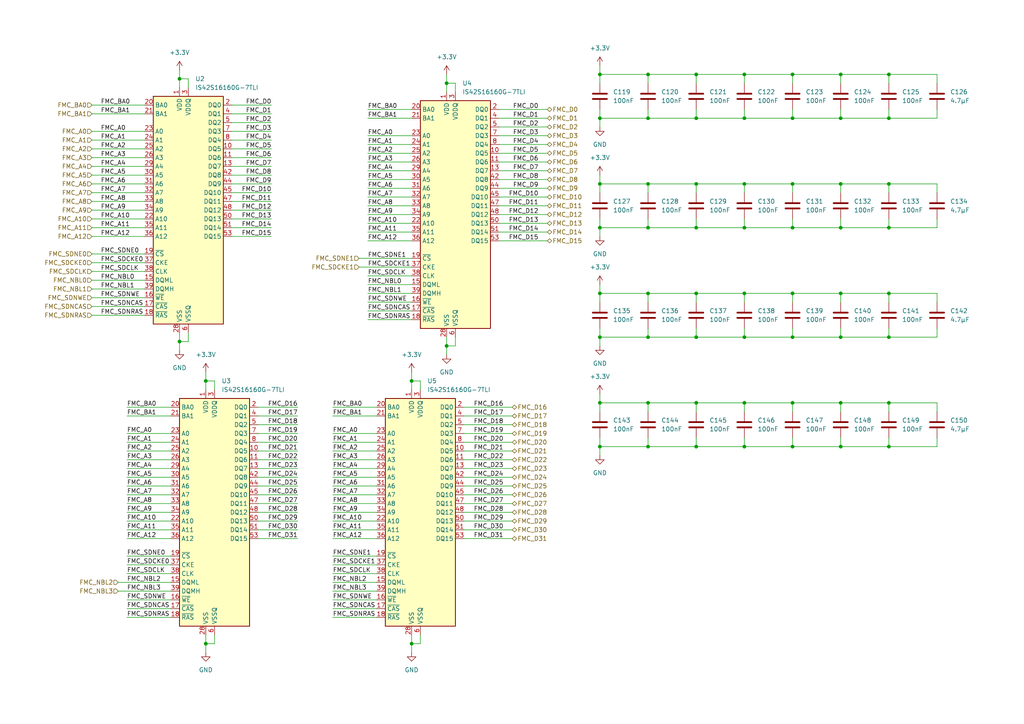
<source format=kicad_sch>
(kicad_sch (version 20230121) (generator eeschema)
  (paper "A4")
  (junction (at 173.99 53.34))
  (junction (at 257.81 66.04))
  (junction (at 215.9 85.09))
  (junction (at 229.87 21.59))
  (junction (at 173.99 85.09))
  (junction (at 257.81 34.29))
  (junction (at 52.07 22.86))
  (junction (at 201.93 85.09))
  (junction (at 229.87 53.34))
  (junction (at 52.07 99.06))
  (junction (at 201.93 116.84))
  (junction (at 201.93 66.04))
  (junction (at 59.69 110.49))
  (junction (at 187.96 129.54))
  (junction (at 173.99 116.84))
  (junction (at 173.99 97.79))
  (junction (at 229.87 97.79))
  (junction (at 201.93 21.59))
  (junction (at 201.93 53.34))
  (junction (at 229.87 116.84))
  (junction (at 257.81 129.54))
  (junction (at 215.9 97.79))
  (junction (at 187.96 34.29))
  (junction (at 243.84 97.79))
  (junction (at 243.84 129.54))
  (junction (at 119.38 186.69))
  (junction (at 187.96 53.34))
  (junction (at 173.99 21.59))
  (junction (at 187.96 116.84))
  (junction (at 257.81 116.84))
  (junction (at 257.81 53.34))
  (junction (at 243.84 34.29))
  (junction (at 243.84 116.84))
  (junction (at 201.93 97.79))
  (junction (at 119.38 110.49))
  (junction (at 229.87 129.54))
  (junction (at 187.96 85.09))
  (junction (at 215.9 66.04))
  (junction (at 173.99 129.54))
  (junction (at 187.96 66.04))
  (junction (at 243.84 21.59))
  (junction (at 215.9 129.54))
  (junction (at 215.9 34.29))
  (junction (at 173.99 66.04))
  (junction (at 257.81 85.09))
  (junction (at 257.81 97.79))
  (junction (at 201.93 34.29))
  (junction (at 187.96 21.59))
  (junction (at 243.84 66.04))
  (junction (at 187.96 97.79))
  (junction (at 59.69 186.69))
  (junction (at 215.9 116.84))
  (junction (at 229.87 66.04))
  (junction (at 215.9 21.59))
  (junction (at 243.84 85.09))
  (junction (at 129.54 24.13))
  (junction (at 173.99 34.29))
  (junction (at 129.54 100.33))
  (junction (at 215.9 53.34))
  (junction (at 257.81 21.59))
  (junction (at 229.87 85.09))
  (junction (at 229.87 34.29))
  (junction (at 201.93 129.54))
  (junction (at 243.84 53.34))
  (wire (pts (xy 201.93 31.75) (xy 201.93 34.29)))
  (wire (pts (xy 52.07 99.06) (xy 54.61 99.06)))
  (wire (pts (xy 173.99 82.55) (xy 173.99 85.09)))
  (wire (pts (xy 173.99 19.05) (xy 173.99 21.59)))
  (wire (pts (xy 257.81 66.04) (xy 271.78 66.04)))
  (wire (pts (xy 132.08 100.33) (xy 132.08 97.79)))
  (wire (pts (xy 215.9 63.5) (xy 215.9 66.04)))
  (wire (pts (xy 26.67 68.58) (xy 41.91 68.58)))
  (wire (pts (xy 173.99 116.84) (xy 187.96 116.84)))
  (wire (pts (xy 257.81 34.29) (xy 257.81 31.75)))
  (wire (pts (xy 36.83 148.59) (xy 49.53 148.59)))
  (wire (pts (xy 119.38 184.15) (xy 119.38 186.69)))
  (wire (pts (xy 144.78 36.83) (xy 158.75 36.83)))
  (wire (pts (xy 144.78 64.77) (xy 158.75 64.77)))
  (wire (pts (xy 201.93 21.59) (xy 215.9 21.59)))
  (wire (pts (xy 215.9 116.84) (xy 229.87 116.84)))
  (wire (pts (xy 173.99 127) (xy 173.99 129.54)))
  (wire (pts (xy 26.67 43.18) (xy 41.91 43.18)))
  (wire (pts (xy 201.93 53.34) (xy 215.9 53.34)))
  (wire (pts (xy 36.83 120.65) (xy 49.53 120.65)))
  (wire (pts (xy 173.99 21.59) (xy 173.99 24.13)))
  (wire (pts (xy 215.9 21.59) (xy 215.9 24.13)))
  (wire (pts (xy 129.54 24.13) (xy 132.08 24.13)))
  (wire (pts (xy 132.08 24.13) (xy 132.08 26.67)))
  (wire (pts (xy 119.38 113.03) (xy 119.38 110.49)))
  (wire (pts (xy 26.67 63.5) (xy 41.91 63.5)))
  (wire (pts (xy 36.83 161.29) (xy 49.53 161.29)))
  (wire (pts (xy 173.99 34.29) (xy 173.99 36.83)))
  (wire (pts (xy 134.62 138.43) (xy 148.59 138.43)))
  (wire (pts (xy 173.99 97.79) (xy 187.96 97.79)))
  (wire (pts (xy 215.9 66.04) (xy 229.87 66.04)))
  (wire (pts (xy 62.23 110.49) (xy 62.23 113.03)))
  (wire (pts (xy 36.83 176.53) (xy 49.53 176.53)))
  (wire (pts (xy 201.93 53.34) (xy 201.93 55.88)))
  (wire (pts (xy 215.9 85.09) (xy 215.9 87.63)))
  (wire (pts (xy 104.14 74.93) (xy 119.38 74.93)))
  (wire (pts (xy 134.62 123.19) (xy 148.59 123.19)))
  (wire (pts (xy 74.93 148.59) (xy 86.36 148.59)))
  (wire (pts (xy 271.78 85.09) (xy 257.81 85.09)))
  (wire (pts (xy 119.38 110.49) (xy 121.92 110.49)))
  (wire (pts (xy 201.93 116.84) (xy 201.93 119.38)))
  (wire (pts (xy 215.9 53.34) (xy 229.87 53.34)))
  (wire (pts (xy 26.67 53.34) (xy 41.91 53.34)))
  (wire (pts (xy 52.07 99.06) (xy 52.07 101.6)))
  (wire (pts (xy 243.84 63.5) (xy 243.84 66.04)))
  (wire (pts (xy 36.83 140.97) (xy 49.53 140.97)))
  (wire (pts (xy 96.52 179.07) (xy 109.22 179.07)))
  (wire (pts (xy 74.93 135.89) (xy 86.36 135.89)))
  (wire (pts (xy 36.83 156.21) (xy 49.53 156.21)))
  (wire (pts (xy 74.93 140.97) (xy 86.36 140.97)))
  (wire (pts (xy 106.68 90.17) (xy 119.38 90.17)))
  (wire (pts (xy 52.07 96.52) (xy 52.07 99.06)))
  (wire (pts (xy 134.62 120.65) (xy 148.59 120.65)))
  (wire (pts (xy 129.54 97.79) (xy 129.54 100.33)))
  (wire (pts (xy 144.78 57.15) (xy 158.75 57.15)))
  (wire (pts (xy 96.52 128.27) (xy 109.22 128.27)))
  (wire (pts (xy 187.96 53.34) (xy 201.93 53.34)))
  (wire (pts (xy 271.78 119.38) (xy 271.78 116.84)))
  (wire (pts (xy 106.68 85.09) (xy 119.38 85.09)))
  (wire (pts (xy 243.84 97.79) (xy 257.81 97.79)))
  (wire (pts (xy 229.87 53.34) (xy 229.87 55.88)))
  (wire (pts (xy 243.84 129.54) (xy 257.81 129.54)))
  (wire (pts (xy 134.62 153.67) (xy 148.59 153.67)))
  (wire (pts (xy 257.81 129.54) (xy 257.81 127)))
  (wire (pts (xy 67.31 50.8) (xy 78.74 50.8)))
  (wire (pts (xy 134.62 135.89) (xy 148.59 135.89)))
  (wire (pts (xy 26.67 83.82) (xy 41.91 83.82)))
  (wire (pts (xy 26.67 50.8) (xy 41.91 50.8)))
  (wire (pts (xy 243.84 85.09) (xy 243.84 87.63)))
  (wire (pts (xy 187.96 34.29) (xy 201.93 34.29)))
  (wire (pts (xy 271.78 53.34) (xy 257.81 53.34)))
  (wire (pts (xy 243.84 21.59) (xy 243.84 24.13)))
  (wire (pts (xy 271.78 21.59) (xy 257.81 21.59)))
  (wire (pts (xy 129.54 100.33) (xy 132.08 100.33)))
  (wire (pts (xy 106.68 41.91) (xy 119.38 41.91)))
  (wire (pts (xy 121.92 110.49) (xy 121.92 113.03)))
  (wire (pts (xy 34.29 168.91) (xy 49.53 168.91)))
  (wire (pts (xy 67.31 63.5) (xy 78.74 63.5)))
  (wire (pts (xy 215.9 53.34) (xy 215.9 55.88)))
  (wire (pts (xy 106.68 69.85) (xy 119.38 69.85)))
  (wire (pts (xy 257.81 116.84) (xy 257.81 119.38)))
  (wire (pts (xy 106.68 44.45) (xy 119.38 44.45)))
  (wire (pts (xy 215.9 127) (xy 215.9 129.54)))
  (wire (pts (xy 187.96 21.59) (xy 201.93 21.59)))
  (wire (pts (xy 229.87 116.84) (xy 243.84 116.84)))
  (wire (pts (xy 187.96 85.09) (xy 201.93 85.09)))
  (wire (pts (xy 106.68 67.31) (xy 119.38 67.31)))
  (wire (pts (xy 201.93 63.5) (xy 201.93 66.04)))
  (wire (pts (xy 173.99 50.8) (xy 173.99 53.34)))
  (wire (pts (xy 134.62 133.35) (xy 148.59 133.35)))
  (wire (pts (xy 187.96 95.25) (xy 187.96 97.79)))
  (wire (pts (xy 187.96 31.75) (xy 187.96 34.29)))
  (wire (pts (xy 134.62 128.27) (xy 148.59 128.27)))
  (wire (pts (xy 74.93 118.11) (xy 86.36 118.11)))
  (wire (pts (xy 201.93 34.29) (xy 215.9 34.29)))
  (wire (pts (xy 144.78 67.31) (xy 158.75 67.31)))
  (wire (pts (xy 229.87 66.04) (xy 243.84 66.04)))
  (wire (pts (xy 36.83 118.11) (xy 49.53 118.11)))
  (wire (pts (xy 26.67 88.9) (xy 41.91 88.9)))
  (wire (pts (xy 36.83 133.35) (xy 49.53 133.35)))
  (wire (pts (xy 36.83 179.07) (xy 49.53 179.07)))
  (wire (pts (xy 106.68 54.61) (xy 119.38 54.61)))
  (wire (pts (xy 36.83 166.37) (xy 49.53 166.37)))
  (wire (pts (xy 59.69 186.69) (xy 59.69 189.23)))
  (wire (pts (xy 119.38 186.69) (xy 121.92 186.69)))
  (wire (pts (xy 257.81 85.09) (xy 257.81 87.63)))
  (wire (pts (xy 144.78 46.99) (xy 158.75 46.99)))
  (wire (pts (xy 134.62 130.81) (xy 148.59 130.81)))
  (wire (pts (xy 67.31 53.34) (xy 78.74 53.34)))
  (wire (pts (xy 106.68 82.55) (xy 119.38 82.55)))
  (wire (pts (xy 96.52 120.65) (xy 109.22 120.65)))
  (wire (pts (xy 201.93 116.84) (xy 215.9 116.84)))
  (wire (pts (xy 59.69 110.49) (xy 62.23 110.49)))
  (wire (pts (xy 144.78 62.23) (xy 158.75 62.23)))
  (wire (pts (xy 106.68 52.07) (xy 119.38 52.07)))
  (wire (pts (xy 215.9 129.54) (xy 229.87 129.54)))
  (wire (pts (xy 144.78 41.91) (xy 158.75 41.91)))
  (wire (pts (xy 119.38 107.95) (xy 119.38 110.49)))
  (wire (pts (xy 243.84 85.09) (xy 257.81 85.09)))
  (wire (pts (xy 271.78 129.54) (xy 271.78 127)))
  (wire (pts (xy 243.84 21.59) (xy 257.81 21.59)))
  (wire (pts (xy 36.83 173.99) (xy 49.53 173.99)))
  (wire (pts (xy 173.99 34.29) (xy 187.96 34.29)))
  (wire (pts (xy 173.99 21.59) (xy 187.96 21.59)))
  (wire (pts (xy 26.67 66.04) (xy 41.91 66.04)))
  (wire (pts (xy 36.83 130.81) (xy 49.53 130.81)))
  (wire (pts (xy 134.62 118.11) (xy 148.59 118.11)))
  (wire (pts (xy 271.78 34.29) (xy 271.78 31.75)))
  (wire (pts (xy 96.52 143.51) (xy 109.22 143.51)))
  (wire (pts (xy 173.99 97.79) (xy 173.99 100.33)))
  (wire (pts (xy 144.78 34.29) (xy 158.75 34.29)))
  (wire (pts (xy 243.84 66.04) (xy 257.81 66.04)))
  (wire (pts (xy 243.84 95.25) (xy 243.84 97.79)))
  (wire (pts (xy 229.87 34.29) (xy 243.84 34.29)))
  (wire (pts (xy 67.31 43.18) (xy 78.74 43.18)))
  (wire (pts (xy 36.83 146.05) (xy 49.53 146.05)))
  (wire (pts (xy 257.81 66.04) (xy 257.81 63.5)))
  (wire (pts (xy 67.31 68.58) (xy 78.74 68.58)))
  (wire (pts (xy 257.81 21.59) (xy 257.81 24.13)))
  (wire (pts (xy 36.83 135.89) (xy 49.53 135.89)))
  (wire (pts (xy 129.54 100.33) (xy 129.54 102.87)))
  (wire (pts (xy 229.87 21.59) (xy 229.87 24.13)))
  (wire (pts (xy 106.68 31.75) (xy 119.38 31.75)))
  (wire (pts (xy 96.52 118.11) (xy 109.22 118.11)))
  (wire (pts (xy 26.67 78.74) (xy 41.91 78.74)))
  (wire (pts (xy 26.67 60.96) (xy 41.91 60.96)))
  (wire (pts (xy 59.69 107.95) (xy 59.69 110.49)))
  (wire (pts (xy 243.84 127) (xy 243.84 129.54)))
  (wire (pts (xy 96.52 130.81) (xy 109.22 130.81)))
  (wire (pts (xy 96.52 153.67) (xy 109.22 153.67)))
  (wire (pts (xy 74.93 153.67) (xy 86.36 153.67)))
  (wire (pts (xy 36.83 143.51) (xy 49.53 143.51)))
  (wire (pts (xy 215.9 21.59) (xy 229.87 21.59)))
  (wire (pts (xy 271.78 24.13) (xy 271.78 21.59)))
  (wire (pts (xy 257.81 129.54) (xy 271.78 129.54)))
  (wire (pts (xy 67.31 58.42) (xy 78.74 58.42)))
  (wire (pts (xy 134.62 143.51) (xy 148.59 143.51)))
  (wire (pts (xy 26.67 55.88) (xy 41.91 55.88)))
  (wire (pts (xy 52.07 25.4) (xy 52.07 22.86)))
  (wire (pts (xy 59.69 186.69) (xy 62.23 186.69)))
  (wire (pts (xy 229.87 53.34) (xy 243.84 53.34)))
  (wire (pts (xy 173.99 85.09) (xy 187.96 85.09)))
  (wire (pts (xy 54.61 99.06) (xy 54.61 96.52)))
  (wire (pts (xy 243.84 53.34) (xy 257.81 53.34)))
  (wire (pts (xy 36.83 153.67) (xy 49.53 153.67)))
  (wire (pts (xy 67.31 33.02) (xy 78.74 33.02)))
  (wire (pts (xy 243.84 53.34) (xy 243.84 55.88)))
  (wire (pts (xy 215.9 34.29) (xy 229.87 34.29)))
  (wire (pts (xy 229.87 85.09) (xy 243.84 85.09)))
  (wire (pts (xy 96.52 176.53) (xy 109.22 176.53)))
  (wire (pts (xy 134.62 156.21) (xy 148.59 156.21)))
  (wire (pts (xy 26.67 58.42) (xy 41.91 58.42)))
  (wire (pts (xy 229.87 31.75) (xy 229.87 34.29)))
  (wire (pts (xy 173.99 129.54) (xy 173.99 132.08)))
  (wire (pts (xy 201.93 66.04) (xy 215.9 66.04)))
  (wire (pts (xy 134.62 148.59) (xy 148.59 148.59)))
  (wire (pts (xy 229.87 116.84) (xy 229.87 119.38)))
  (wire (pts (xy 243.84 116.84) (xy 243.84 119.38)))
  (wire (pts (xy 201.93 85.09) (xy 201.93 87.63)))
  (wire (pts (xy 106.68 62.23) (xy 119.38 62.23)))
  (wire (pts (xy 173.99 53.34) (xy 187.96 53.34)))
  (wire (pts (xy 74.93 151.13) (xy 86.36 151.13)))
  (wire (pts (xy 26.67 73.66) (xy 41.91 73.66)))
  (wire (pts (xy 96.52 156.21) (xy 109.22 156.21)))
  (wire (pts (xy 144.78 31.75) (xy 158.75 31.75)))
  (wire (pts (xy 271.78 55.88) (xy 271.78 53.34)))
  (wire (pts (xy 106.68 80.01) (xy 119.38 80.01)))
  (wire (pts (xy 144.78 59.69) (xy 158.75 59.69)))
  (wire (pts (xy 67.31 60.96) (xy 78.74 60.96)))
  (wire (pts (xy 144.78 54.61) (xy 158.75 54.61)))
  (wire (pts (xy 67.31 55.88) (xy 78.74 55.88)))
  (wire (pts (xy 96.52 135.89) (xy 109.22 135.89)))
  (wire (pts (xy 96.52 140.97) (xy 109.22 140.97)))
  (wire (pts (xy 187.96 116.84) (xy 187.96 119.38)))
  (wire (pts (xy 229.87 127) (xy 229.87 129.54)))
  (wire (pts (xy 173.99 116.84) (xy 173.99 119.38)))
  (wire (pts (xy 215.9 31.75) (xy 215.9 34.29)))
  (wire (pts (xy 96.52 166.37) (xy 109.22 166.37)))
  (wire (pts (xy 67.31 45.72) (xy 78.74 45.72)))
  (wire (pts (xy 229.87 63.5) (xy 229.87 66.04)))
  (wire (pts (xy 74.93 130.81) (xy 86.36 130.81)))
  (wire (pts (xy 26.67 81.28) (xy 41.91 81.28)))
  (wire (pts (xy 134.62 140.97) (xy 148.59 140.97)))
  (wire (pts (xy 201.93 97.79) (xy 215.9 97.79)))
  (wire (pts (xy 201.93 127) (xy 201.93 129.54)))
  (wire (pts (xy 129.54 21.59) (xy 129.54 24.13)))
  (wire (pts (xy 26.67 76.2) (xy 41.91 76.2)))
  (wire (pts (xy 243.84 34.29) (xy 257.81 34.29)))
  (wire (pts (xy 144.78 52.07) (xy 158.75 52.07)))
  (wire (pts (xy 173.99 63.5) (xy 173.99 66.04)))
  (wire (pts (xy 257.81 34.29) (xy 271.78 34.29)))
  (wire (pts (xy 74.93 146.05) (xy 86.36 146.05)))
  (wire (pts (xy 187.96 66.04) (xy 201.93 66.04)))
  (wire (pts (xy 96.52 168.91) (xy 109.22 168.91)))
  (wire (pts (xy 36.83 128.27) (xy 49.53 128.27)))
  (wire (pts (xy 144.78 39.37) (xy 158.75 39.37)))
  (wire (pts (xy 187.96 127) (xy 187.96 129.54)))
  (wire (pts (xy 229.87 85.09) (xy 229.87 87.63)))
  (wire (pts (xy 201.93 21.59) (xy 201.93 24.13)))
  (wire (pts (xy 26.67 91.44) (xy 41.91 91.44)))
  (wire (pts (xy 26.67 30.48) (xy 41.91 30.48)))
  (wire (pts (xy 257.81 53.34) (xy 257.81 55.88)))
  (wire (pts (xy 121.92 186.69) (xy 121.92 184.15)))
  (wire (pts (xy 52.07 22.86) (xy 54.61 22.86)))
  (wire (pts (xy 187.96 129.54) (xy 201.93 129.54)))
  (wire (pts (xy 129.54 26.67) (xy 129.54 24.13)))
  (wire (pts (xy 106.68 87.63) (xy 119.38 87.63)))
  (wire (pts (xy 215.9 85.09) (xy 229.87 85.09)))
  (wire (pts (xy 74.93 123.19) (xy 86.36 123.19)))
  (wire (pts (xy 271.78 87.63) (xy 271.78 85.09)))
  (wire (pts (xy 26.67 45.72) (xy 41.91 45.72)))
  (wire (pts (xy 106.68 57.15) (xy 119.38 57.15)))
  (wire (pts (xy 26.67 40.64) (xy 41.91 40.64)))
  (wire (pts (xy 201.93 95.25) (xy 201.93 97.79)))
  (wire (pts (xy 106.68 59.69) (xy 119.38 59.69)))
  (wire (pts (xy 271.78 66.04) (xy 271.78 63.5)))
  (wire (pts (xy 119.38 186.69) (xy 119.38 189.23)))
  (wire (pts (xy 67.31 30.48) (xy 78.74 30.48)))
  (wire (pts (xy 229.87 129.54) (xy 243.84 129.54)))
  (wire (pts (xy 243.84 116.84) (xy 257.81 116.84)))
  (wire (pts (xy 201.93 129.54) (xy 215.9 129.54)))
  (wire (pts (xy 271.78 97.79) (xy 271.78 95.25)))
  (wire (pts (xy 74.93 128.27) (xy 86.36 128.27)))
  (wire (pts (xy 257.81 97.79) (xy 257.81 95.25)))
  (wire (pts (xy 106.68 64.77) (xy 119.38 64.77)))
  (wire (pts (xy 104.14 77.47) (xy 119.38 77.47)))
  (wire (pts (xy 134.62 146.05) (xy 148.59 146.05)))
  (wire (pts (xy 62.23 186.69) (xy 62.23 184.15)))
  (wire (pts (xy 173.99 85.09) (xy 173.99 87.63)))
  (wire (pts (xy 215.9 97.79) (xy 229.87 97.79)))
  (wire (pts (xy 26.67 33.02) (xy 41.91 33.02)))
  (wire (pts (xy 96.52 125.73) (xy 109.22 125.73)))
  (wire (pts (xy 187.96 21.59) (xy 187.96 24.13)))
  (wire (pts (xy 67.31 48.26) (xy 78.74 48.26)))
  (wire (pts (xy 74.93 133.35) (xy 86.36 133.35)))
  (wire (pts (xy 96.52 138.43) (xy 109.22 138.43)))
  (wire (pts (xy 96.52 163.83) (xy 109.22 163.83)))
  (wire (pts (xy 96.52 133.35) (xy 109.22 133.35)))
  (wire (pts (xy 187.96 85.09) (xy 187.96 87.63)))
  (wire (pts (xy 34.29 171.45) (xy 49.53 171.45)))
  (wire (pts (xy 106.68 34.29) (xy 119.38 34.29)))
  (wire (pts (xy 187.96 53.34) (xy 187.96 55.88)))
  (wire (pts (xy 243.84 31.75) (xy 243.84 34.29)))
  (wire (pts (xy 173.99 129.54) (xy 187.96 129.54)))
  (wire (pts (xy 173.99 66.04) (xy 173.99 68.58)))
  (wire (pts (xy 187.96 116.84) (xy 201.93 116.84)))
  (wire (pts (xy 54.61 22.86) (xy 54.61 25.4)))
  (wire (pts (xy 96.52 173.99) (xy 109.22 173.99)))
  (wire (pts (xy 96.52 171.45) (xy 109.22 171.45)))
  (wire (pts (xy 173.99 31.75) (xy 173.99 34.29)))
  (wire (pts (xy 173.99 114.3) (xy 173.99 116.84)))
  (wire (pts (xy 74.93 143.51) (xy 86.36 143.51)))
  (wire (pts (xy 96.52 151.13) (xy 109.22 151.13)))
  (wire (pts (xy 215.9 116.84) (xy 215.9 119.38)))
  (wire (pts (xy 36.83 163.83) (xy 49.53 163.83)))
  (wire (pts (xy 52.07 20.32) (xy 52.07 22.86)))
  (wire (pts (xy 144.78 49.53) (xy 158.75 49.53)))
  (wire (pts (xy 59.69 113.03) (xy 59.69 110.49)))
  (wire (pts (xy 173.99 53.34) (xy 173.99 55.88)))
  (wire (pts (xy 144.78 44.45) (xy 158.75 44.45)))
  (wire (pts (xy 67.31 38.1) (xy 78.74 38.1)))
  (wire (pts (xy 74.93 125.73) (xy 86.36 125.73)))
  (wire (pts (xy 67.31 66.04) (xy 78.74 66.04)))
  (wire (pts (xy 106.68 39.37) (xy 119.38 39.37)))
  (wire (pts (xy 144.78 69.85) (xy 158.75 69.85)))
  (wire (pts (xy 187.96 97.79) (xy 201.93 97.79)))
  (wire (pts (xy 74.93 156.21) (xy 86.36 156.21)))
  (wire (pts (xy 106.68 49.53) (xy 119.38 49.53)))
  (wire (pts (xy 173.99 95.25) (xy 173.99 97.79)))
  (wire (pts (xy 187.96 63.5) (xy 187.96 66.04)))
  (wire (pts (xy 134.62 125.73) (xy 148.59 125.73)))
  (wire (pts (xy 257.81 97.79) (xy 271.78 97.79)))
  (wire (pts (xy 134.62 151.13) (xy 148.59 151.13)))
  (wire (pts (xy 96.52 161.29) (xy 109.22 161.29)))
  (wire (pts (xy 26.67 48.26) (xy 41.91 48.26)))
  (wire (pts (xy 36.83 151.13) (xy 49.53 151.13)))
  (wire (pts (xy 67.31 35.56) (xy 78.74 35.56)))
  (wire (pts (xy 26.67 86.36) (xy 41.91 86.36)))
  (wire (pts (xy 74.93 138.43) (xy 86.36 138.43)))
  (wire (pts (xy 96.52 146.05) (xy 109.22 146.05)))
  (wire (pts (xy 229.87 97.79) (xy 243.84 97.79)))
  (wire (pts (xy 67.31 40.64) (xy 78.74 40.64)))
  (wire (pts (xy 271.78 116.84) (xy 257.81 116.84)))
  (wire (pts (xy 59.69 184.15) (xy 59.69 186.69)))
  (wire (pts (xy 106.68 92.71) (xy 119.38 92.71)))
  (wire (pts (xy 96.52 148.59) (xy 109.22 148.59)))
  (wire (pts (xy 26.67 38.1) (xy 41.91 38.1)))
  (wire (pts (xy 74.93 120.65) (xy 86.36 120.65)))
  (wire (pts (xy 215.9 95.25) (xy 215.9 97.79)))
  (wire (pts (xy 173.99 66.04) (xy 187.96 66.04)))
  (wire (pts (xy 36.83 125.73) (xy 49.53 125.73)))
  (wire (pts (xy 229.87 95.25) (xy 229.87 97.79)))
  (wire (pts (xy 36.83 138.43) (xy 49.53 138.43)))
  (wire (pts (xy 106.68 46.99) (xy 119.38 46.99)))
  (wire (pts (xy 229.87 21.59) (xy 243.84 21.59)))
  (wire (pts (xy 201.93 85.09) (xy 215.9 85.09)))
  (label "FMC_D7" (at 156.21 49.53 180))
  (label "FMC_D29" (at 146.05 151.13 180))
  (label "FMC_SDNE0" (at 29.21 73.66 0))
  (label "FMC_D14" (at 78.74 66.04 180))
  (label "FMC_A5" (at 29.21 50.8 0))
  (label "FMC_A8" (at 106.68 59.69 0))
  (label "FMC_D26" (at 146.05 143.51 180))
  (label "FMC_A4" (at 96.52 135.89 0))
  (label "FMC_D7" (at 78.74 48.26 180))
  (label "FMC_SDCLK" (at 106.68 80.01 0))
  (label "FMC_BA1" (at 29.21 33.02 0))
  (label "FMC_BA0" (at 96.52 118.11 0))
  (label "FMC_A3" (at 36.83 133.35 0))
  (label "FMC_A0" (at 29.21 38.1 0))
  (label "FMC_A9" (at 36.83 148.59 0))
  (label "FMC_SDNWE" (at 29.21 86.36 0))
  (label "FMC_SDNE1" (at 106.68 74.93 0))
  (label "FMC_A2" (at 106.68 44.45 0))
  (label "FMC_D27" (at 86.36 146.05 180))
  (label "FMC_A2" (at 36.83 130.81 0))
  (label "FMC_D3" (at 78.74 38.1 180))
  (label "FMC_D15" (at 156.21 69.85 180))
  (label "FMC_A12" (at 36.83 156.21 0))
  (label "FMC_D25" (at 86.36 140.97 180))
  (label "FMC_D19" (at 146.05 125.73 180))
  (label "FMC_BA1" (at 96.52 120.65 0))
  (label "FMC_D15" (at 78.74 68.58 180))
  (label "FMC_SDNE1" (at 96.52 161.29 0))
  (label "FMC_NBL3" (at 36.83 171.45 0))
  (label "FMC_D30" (at 86.36 153.67 180))
  (label "FMC_SDCKE0" (at 36.83 163.83 0))
  (label "FMC_A4" (at 106.68 49.53 0))
  (label "FMC_D10" (at 78.74 55.88 180))
  (label "FMC_SDCLK" (at 36.83 166.37 0))
  (label "FMC_SDCLK" (at 96.52 166.37 0))
  (label "FMC_D12" (at 78.74 60.96 180))
  (label "FMC_SDNWE" (at 36.83 173.99 0))
  (label "FMC_D8" (at 156.21 52.07 180))
  (label "FMC_SDNCAS" (at 29.21 88.9 0))
  (label "FMC_SDNWE" (at 96.52 173.99 0))
  (label "FMC_NBL3" (at 96.52 171.45 0))
  (label "FMC_D26" (at 86.36 143.51 180))
  (label "FMC_D28" (at 146.05 148.59 180))
  (label "FMC_A0" (at 36.83 125.73 0))
  (label "FMC_SDNCAS" (at 106.68 90.17 0))
  (label "FMC_NBL0" (at 29.21 81.28 0))
  (label "FMC_D12" (at 156.21 62.23 180))
  (label "FMC_SDNWE" (at 106.68 87.63 0))
  (label "FMC_D24" (at 146.05 138.43 180))
  (label "FMC_A3" (at 96.52 133.35 0))
  (label "FMC_D2" (at 78.74 35.56 180))
  (label "FMC_D2" (at 156.21 36.83 180))
  (label "FMC_D28" (at 86.36 148.59 180))
  (label "FMC_A8" (at 96.52 146.05 0))
  (label "FMC_A9" (at 29.21 60.96 0))
  (label "FMC_A7" (at 96.52 143.51 0))
  (label "FMC_D22" (at 146.05 133.35 180))
  (label "FMC_SDNRAS" (at 96.52 179.07 0))
  (label "FMC_BA1" (at 36.83 120.65 0))
  (label "FMC_D1" (at 156.21 34.29 180))
  (label "FMC_D5" (at 156.21 44.45 180))
  (label "FMC_SDNRAS" (at 29.21 91.44 0))
  (label "FMC_A5" (at 106.68 52.07 0))
  (label "FMC_D19" (at 86.36 125.73 180))
  (label "FMC_D6" (at 78.74 45.72 180))
  (label "FMC_A9" (at 106.68 62.23 0))
  (label "FMC_D27" (at 146.05 146.05 180))
  (label "FMC_A8" (at 29.21 58.42 0))
  (label "FMC_D18" (at 86.36 123.19 180))
  (label "FMC_A6" (at 36.83 140.97 0))
  (label "FMC_D14" (at 156.21 67.31 180))
  (label "FMC_D20" (at 146.05 128.27 180))
  (label "FMC_A5" (at 36.83 138.43 0))
  (label "FMC_BA0" (at 106.68 31.75 0))
  (label "FMC_A4" (at 36.83 135.89 0))
  (label "FMC_A12" (at 29.21 68.58 0))
  (label "FMC_D22" (at 86.36 133.35 180))
  (label "FMC_A10" (at 36.83 151.13 0))
  (label "FMC_D4" (at 156.21 41.91 180))
  (label "FMC_A7" (at 106.68 57.15 0))
  (label "FMC_A11" (at 106.68 67.31 0))
  (label "FMC_NBL0" (at 106.68 82.55 0))
  (label "FMC_A8" (at 36.83 146.05 0))
  (label "FMC_D21" (at 146.05 130.81 180))
  (label "FMC_D23" (at 86.36 135.89 180))
  (label "FMC_D17" (at 86.36 120.65 180))
  (label "FMC_SDCKE1" (at 96.52 163.83 0))
  (label "FMC_SDCLK" (at 29.21 78.74 0))
  (label "FMC_A1" (at 29.21 40.64 0))
  (label "FMC_BA0" (at 29.21 30.48 0))
  (label "FMC_A3" (at 106.68 46.99 0))
  (label "FMC_A3" (at 29.21 45.72 0))
  (label "FMC_NBL2" (at 96.52 168.91 0))
  (label "FMC_D16" (at 146.05 118.11 180))
  (label "FMC_D31" (at 86.36 156.21 180))
  (label "FMC_D0" (at 156.21 31.75 180))
  (label "FMC_D9" (at 78.74 53.34 180))
  (label "FMC_D16" (at 86.36 118.11 180))
  (label "FMC_D10" (at 156.21 57.15 180))
  (label "FMC_A6" (at 106.68 54.61 0))
  (label "FMC_A0" (at 96.52 125.73 0))
  (label "FMC_A7" (at 29.21 55.88 0))
  (label "FMC_A10" (at 96.52 151.13 0))
  (label "FMC_SDNRAS" (at 36.83 179.07 0))
  (label "FMC_A12" (at 96.52 156.21 0))
  (label "FMC_A2" (at 96.52 130.81 0))
  (label "FMC_A0" (at 106.68 39.37 0))
  (label "FMC_A7" (at 36.83 143.51 0))
  (label "FMC_SDNE0" (at 36.83 161.29 0))
  (label "FMC_D29" (at 86.36 151.13 180))
  (label "FMC_D11" (at 78.74 58.42 180))
  (label "FMC_D21" (at 86.36 130.81 180))
  (label "FMC_A4" (at 29.21 48.26 0))
  (label "FMC_A1" (at 106.68 41.91 0))
  (label "FMC_A6" (at 29.21 53.34 0))
  (label "FMC_A1" (at 36.83 128.27 0))
  (label "FMC_NBL2" (at 36.83 168.91 0))
  (label "FMC_D13" (at 156.21 64.77 180))
  (label "FMC_A6" (at 96.52 140.97 0))
  (label "FMC_D30" (at 146.05 153.67 180))
  (label "FMC_D4" (at 78.74 40.64 180))
  (label "FMC_A12" (at 106.68 69.85 0))
  (label "FMC_A11" (at 96.52 153.67 0))
  (label "FMC_D17" (at 146.05 120.65 180))
  (label "FMC_NBL1" (at 106.68 85.09 0))
  (label "FMC_A2" (at 29.21 43.18 0))
  (label "FMC_BA0" (at 36.83 118.11 0))
  (label "FMC_SDCKE0" (at 29.21 76.2 0))
  (label "FMC_A9" (at 96.52 148.59 0))
  (label "FMC_A11" (at 29.21 66.04 0))
  (label "FMC_D0" (at 78.74 30.48 180))
  (label "FMC_NBL1" (at 29.21 83.82 0))
  (label "FMC_SDNRAS" (at 106.68 92.71 0))
  (label "FMC_D25" (at 146.05 140.97 180))
  (label "FMC_D9" (at 156.21 54.61 180))
  (label "FMC_A1" (at 96.52 128.27 0))
  (label "FMC_A11" (at 36.83 153.67 0))
  (label "FMC_A5" (at 96.52 138.43 0))
  (label "FMC_A10" (at 29.21 63.5 0))
  (label "FMC_BA1" (at 106.68 34.29 0))
  (label "FMC_D11" (at 156.21 59.69 180))
  (label "FMC_D1" (at 78.74 33.02 180))
  (label "FMC_D23" (at 146.05 135.89 180))
  (label "FMC_SDNCAS" (at 96.52 176.53 0))
  (label "FMC_D20" (at 86.36 128.27 180))
  (label "FMC_D6" (at 156.21 46.99 180))
  (label "FMC_D31" (at 146.05 156.21 180))
  (label "FMC_A10" (at 106.68 64.77 0))
  (label "FMC_D24" (at 86.36 138.43 180))
  (label "FMC_D13" (at 78.74 63.5 180))
  (label "FMC_D18" (at 146.05 123.19 180))
  (label "FMC_SDCKE1" (at 106.68 77.47 0))
  (label "FMC_D5" (at 78.74 43.18 180))
  (label "FMC_D8" (at 78.74 50.8 180))
  (label "FMC_SDNCAS" (at 36.83 176.53 0))
  (label "FMC_D3" (at 156.21 39.37 180))
  (hierarchical_label "FMC_A3" (shape input) (at 26.67 45.72 180))
  (hierarchical_label "FMC_D26" (shape tri_state) (at 148.59 143.51 0))
  (hierarchical_label "FMC_D1" (shape tri_state) (at 158.75 34.29 0))
  (hierarchical_label "FMC_D10" (shape tri_state) (at 158.75 57.15 0))
  (hierarchical_label "FMC_A0" (shape input) (at 26.67 38.1 180))
  (hierarchical_label "FMC_D22" (shape tri_state) (at 148.59 133.35 0))
  (hierarchical_label "FMC_D31" (shape tri_state) (at 148.59 156.21 0))
  (hierarchical_label "FMC_D20" (shape tri_state) (at 148.59 128.27 0))
  (hierarchical_label "FMC_D21" (shape tri_state) (at 148.59 130.81 0))
  (hierarchical_label "FMC_D16" (shape tri_state) (at 148.59 118.11 0))
  (hierarchical_label "FMC_D0" (shape tri_state) (at 158.75 31.75 0))
  (hierarchical_label "FMC_A2" (shape input) (at 26.67 43.18 180))
  (hierarchical_label "FMC_D5" (shape tri_state) (at 158.75 44.45 0))
  (hierarchical_label "FMC_D2" (shape tri_state) (at 158.75 36.83 0))
  (hierarchical_label "FMC_D8" (shape tri_state) (at 158.75 52.07 0))
  (hierarchical_label "FMC_D11" (shape tri_state) (at 158.75 59.69 0))
  (hierarchical_label "FMC_D3" (shape tri_state) (at 158.75 39.37 0))
  (hierarchical_label "FMC_NBL3" (shape input) (at 34.29 171.45 180))
  (hierarchical_label "FMC_SDCKE0" (shape input) (at 26.67 76.2 180))
  (hierarchical_label "FMC_SDNE0" (shape input) (at 26.67 73.66 180))
  (hierarchical_label "FMC_A12" (shape input) (at 26.67 68.58 180))
  (hierarchical_label "FMC_A6" (shape input) (at 26.67 53.34 180))
  (hierarchical_label "FMC_D27" (shape tri_state) (at 148.59 146.05 0))
  (hierarchical_label "FMC_D15" (shape tri_state) (at 158.75 69.85 0))
  (hierarchical_label "FMC_D19" (shape tri_state) (at 148.59 125.73 0))
  (hierarchical_label "FMC_BA0" (shape input) (at 26.67 30.48 180))
  (hierarchical_label "FMC_NBL2" (shape input) (at 34.29 168.91 180))
  (hierarchical_label "FMC_SDNWE" (shape input) (at 26.67 86.36 180))
  (hierarchical_label "FMC_SDCKE1" (shape input) (at 104.14 77.47 180))
  (hierarchical_label "FMC_D6" (shape tri_state) (at 158.75 46.99 0))
  (hierarchical_label "FMC_D25" (shape tri_state) (at 148.59 140.97 0))
  (hierarchical_label "FMC_A1" (shape input) (at 26.67 40.64 180))
  (hierarchical_label "FMC_D9" (shape tri_state) (at 158.75 54.61 0))
  (hierarchical_label "FMC_D30" (shape tri_state) (at 148.59 153.67 0))
  (hierarchical_label "FMC_A9" (shape input) (at 26.67 60.96 180))
  (hierarchical_label "FMC_D23" (shape tri_state) (at 148.59 135.89 0))
  (hierarchical_label "FMC_SDNE1" (shape input) (at 104.14 74.93 180))
  (hierarchical_label "FMC_D24" (shape tri_state) (at 148.59 138.43 0))
  (hierarchical_label "FMC_D29" (shape tri_state) (at 148.59 151.13 0))
  (hierarchical_label "FMC_A11" (shape input) (at 26.67 66.04 180))
  (hierarchical_label "FMC_A5" (shape input) (at 26.67 50.8 180))
  (hierarchical_label "FMC_SDNRAS" (shape input) (at 26.67 91.44 180))
  (hierarchical_label "FMC_D14" (shape tri_state) (at 158.75 67.31 0))
  (hierarchical_label "FMC_D17" (shape tri_state) (at 148.59 120.65 0))
  (hierarchical_label "FMC_D28" (shape tri_state) (at 148.59 148.59 0))
  (hierarchical_label "FMC_BA1" (shape input) (at 26.67 33.02 180))
  (hierarchical_label "FMC_D18" (shape tri_state) (at 148.59 123.19 0))
  (hierarchical_label "FMC_D12" (shape tri_state) (at 158.75 62.23 0))
  (hierarchical_label "FMC_NBL1" (shape input) (at 26.67 83.82 180))
  (hierarchical_label "FMC_A10" (shape input) (at 26.67 63.5 180))
  (hierarchical_label "FMC_NBL0" (shape input) (at 26.67 81.28 180))
  (hierarchical_label "FMC_D4" (shape tri_state) (at 158.75 41.91 0))
  (hierarchical_label "FMC_A4" (shape input) (at 26.67 48.26 180))
  (hierarchical_label "FMC_D7" (shape tri_state) (at 158.75 49.53 0))
  (hierarchical_label "FMC_SDCLK" (shape input) (at 26.67 78.74 180))
  (hierarchical_label "FMC_A7" (shape input) (at 26.67 55.88 180))
  (hierarchical_label "FMC_D13" (shape tri_state) (at 158.75 64.77 0))
  (hierarchical_label "FMC_A8" (shape input) (at 26.67 58.42 180))
  (hierarchical_label "FMC_SDNCAS" (shape input) (at 26.67 88.9 180))
  (symbol (lib_id "Device:C") (at 201.93 27.94 0) (unit 1)
    (property "Reference" "C121" (at 205.74 26.6699 0) (effects (justify left)))
    (property "Value" "100nF" (at 205.74 29.2099 0) (effects (justify left)))
    (property "Footprint" "Capacitor_SMD:C_0603_1608Metric_Pad1.08x0.95mm_HandSolder" (effects hide))
    (property "Part number" "Generic 0603 X7R  50V 10%" (effects hide))
    (instances (project "d1000" (path "" (reference "C121") (unit 1))) (project "video_card" (path "" (reference "C53") (unit 1))))
  )
  (symbol (lib_id "Device:C") (at 201.93 91.44 0) (unit 1)
    (property "Reference" "C137" (at 205.74 90.1699 0) (effects (justify left)))
    (property "Value" "100nF" (at 205.74 92.7099 0) (effects (justify left)))
    (property "Footprint" "Capacitor_SMD:C_0603_1608Metric_Pad1.08x0.95mm_HandSolder" (effects hide))
    (property "Part number" "Generic 0603 X7R  50V 10%" (effects hide))
    (instances (project "d1000" (path "" (reference "C137") (unit 1))) (project "video_card" (path "" (reference "C53") (unit 1))))
  )
  (symbol (lib_id "power:+3.3V") (at 173.99 50.8 0) (unit 1)
    (property "Reference" "#PWR0225" (effects hide))
    (property "Value" "+3.3V" (at 173.99 45.72 0))
    (instances (project "d1000" (path "" (reference "#PWR0225") (unit 1))) (project "video_card" (path "" (reference "#PWR0104") (unit 1))))
  )
  (symbol (lib_id "Device:C") (at 229.87 27.94 0) (unit 1)
    (property "Reference" "C123" (at 233.68 26.6699 0) (effects (justify left)))
    (property "Value" "100nF" (at 233.68 29.2099 0) (effects (justify left)))
    (property "Footprint" "Capacitor_SMD:C_0603_1608Metric_Pad1.08x0.95mm_HandSolder" (effects hide))
    (property "Part number" "Generic 0603 X7R  50V 10%" (effects hide))
    (instances (project "d1000" (path "" (reference "C123") (unit 1))) (project "video_card" (path "" (reference "C55") (unit 1))))
  )
  (symbol (lib_id "power:+3.3V") (at 59.69 107.95 0) (unit 1)
    (property "Reference" "#PWR030" (effects hide))
    (property "Value" "+3.3V" (at 59.69 102.87 0))
    (instances (project "d1000" (path "" (reference "#PWR030") (unit 1))) (project "video_card" (path "" (reference "#PWR0102") (unit 1))))
  )
  (symbol (lib_id "Device:C") (at 243.84 91.44 0) (unit 1)
    (property "Reference" "C140" (at 247.65 90.1699 0) (effects (justify left)))
    (property "Value" "100nF" (at 247.65 92.7099 0) (effects (justify left)))
    (property "Footprint" "Capacitor_SMD:C_0603_1608Metric_Pad1.08x0.95mm_HandSolder" (effects hide))
    (property "Part number" "Generic 0603 X7R  50V 10%" (effects hide))
    (instances (project "d1000" (path "" (reference "C140") (unit 1))) (project "video_card" (path "" (reference "C56") (unit 1))))
  )
  (symbol (lib_id "Device:C") (at 215.9 91.44 0) (unit 1)
    (property "Reference" "C138" (at 219.71 90.1699 0) (effects (justify left)))
    (property "Value" "100nF" (at 219.71 92.7099 0) (effects (justify left)))
    (property "Footprint" "Capacitor_SMD:C_0603_1608Metric_Pad1.08x0.95mm_HandSolder" (effects hide))
    (property "Part number" "Generic 0603 X7R  50V 10%" (effects hide))
    (instances (project "d1000" (path "" (reference "C138") (unit 1))) (project "video_card" (path "" (reference "C54") (unit 1))))
  )
  (symbol (lib_id "Device:C") (at 215.9 27.94 0) (unit 1)
    (property "Reference" "C122" (at 219.71 26.6699 0) (effects (justify left)))
    (property "Value" "100nF" (at 219.71 29.2099 0) (effects (justify left)))
    (property "Footprint" "Capacitor_SMD:C_0603_1608Metric_Pad1.08x0.95mm_HandSolder" (effects hide))
    (property "Part number" "Generic 0603 X7R  50V 10%" (effects hide))
    (instances (project "d1000" (path "" (reference "C122") (unit 1))) (project "video_card" (path "" (reference "C54") (unit 1))))
  )
  (symbol (lib_id "power:GND") (at 129.54 102.87 0) (unit 1)
    (property "Reference" "#PWR033" (effects hide))
    (property "Value" "GND" (at 129.54 107.95 0))
    (instances (project "d1000" (path "" (reference "#PWR033") (unit 1))) (project "video_card" (path "" (reference "#PWR0101") (unit 1))))
  )
  (symbol (lib_id "Device:C") (at 187.96 91.44 0) (unit 1)
    (property "Reference" "C136" (at 191.77 90.1699 0) (effects (justify left)))
    (property "Value" "100nF" (at 191.77 92.7099 0) (effects (justify left)))
    (property "Footprint" "Capacitor_SMD:C_0603_1608Metric_Pad1.08x0.95mm_HandSolder" (effects hide))
    (property "Part number" "Generic 0603 X7R  50V 10%" (effects hide))
    (instances (project "d1000" (path "" (reference "C136") (unit 1))) (project "video_card" (path "" (reference "C52") (unit 1))))
  )
  (symbol (lib_id "power:+3.3V") (at 173.99 19.05 0) (unit 1)
    (property "Reference" "#PWR0223" (effects hide))
    (property "Value" "+3.3V" (at 173.99 13.97 0))
    (instances (project "d1000" (path "" (reference "#PWR0223") (unit 1))) (project "video_card" (path "" (reference "#PWR0104") (unit 1))))
  )
  (symbol (lib_id "Device:C") (at 201.93 123.19 0) (unit 1)
    (property "Reference" "C145" (at 205.74 121.9199 0) (effects (justify left)))
    (property "Value" "100nF" (at 205.74 124.4599 0) (effects (justify left)))
    (property "Footprint" "Capacitor_SMD:C_0603_1608Metric_Pad1.08x0.95mm_HandSolder" (effects hide))
    (property "Part number" "Generic 0603 X7R  50V 10%" (effects hide))
    (instances (project "d1000" (path "" (reference "C145") (unit 1))) (project "video_card" (path "" (reference "C53") (unit 1))))
  )
  (symbol (lib_id "power:+3.3V") (at 173.99 82.55 0) (unit 1)
    (property "Reference" "#PWR0227" (effects hide))
    (property "Value" "+3.3V" (at 173.99 77.47 0))
    (instances (project "d1000" (path "" (reference "#PWR0227") (unit 1))) (project "video_card" (path "" (reference "#PWR0104") (unit 1))))
  )
  (symbol (lib_id "Device:C") (at 215.9 123.19 0) (unit 1)
    (property "Reference" "C146" (at 219.71 121.9199 0) (effects (justify left)))
    (property "Value" "100nF" (at 219.71 124.4599 0) (effects (justify left)))
    (property "Footprint" "Capacitor_SMD:C_0603_1608Metric_Pad1.08x0.95mm_HandSolder" (effects hide))
    (property "Part number" "Generic 0603 X7R  50V 10%" (effects hide))
    (instances (project "d1000" (path "" (reference "C146") (unit 1))) (project "video_card" (path "" (reference "C54") (unit 1))))
  )
  (symbol (lib_id "Device:C") (at 229.87 91.44 0) (unit 1)
    (property "Reference" "C139" (at 233.68 90.1699 0) (effects (justify left)))
    (property "Value" "100nF" (at 233.68 92.7099 0) (effects (justify left)))
    (property "Footprint" "Capacitor_SMD:C_0603_1608Metric_Pad1.08x0.95mm_HandSolder" (effects hide))
    (property "Part number" "Generic 0603 X7R  50V 10%" (effects hide))
    (instances (project "d1000" (path "" (reference "C139") (unit 1))) (project "video_card" (path "" (reference "C55") (unit 1))))
  )
  (symbol (lib_id "Device:C") (at 215.9 59.69 0) (unit 1)
    (property "Reference" "C130" (at 219.71 58.4199 0) (effects (justify left)))
    (property "Value" "100nF" (at 219.71 60.9599 0) (effects (justify left)))
    (property "Footprint" "Capacitor_SMD:C_0603_1608Metric_Pad1.08x0.95mm_HandSolder" (effects hide))
    (property "Part number" "Generic 0603 X7R  50V 10%" (effects hide))
    (instances (project "d1000" (path "" (reference "C130") (unit 1))) (project "video_card" (path "" (reference "C54") (unit 1))))
  )
  (symbol (lib_id "Device:C") (at 257.81 27.94 0) (unit 1)
    (property "Reference" "C125" (at 261.62 26.6699 0) (effects (justify left)))
    (property "Value" "100nF" (at 261.62 29.2099 0) (effects (justify left)))
    (property "Footprint" "Capacitor_SMD:C_0603_1608Metric_Pad1.08x0.95mm_HandSolder" (effects hide))
    (property "Part number" "Generic 0603 X7R  50V 10%" (effects hide))
    (instances (project "d1000" (path "" (reference "C125") (unit 1))) (project "video_card" (path "" (reference "C57") (unit 1))))
  )
  (symbol (lib_id "Device:C") (at 243.84 59.69 0) (unit 1)
    (property "Reference" "C132" (at 247.65 58.4199 0) (effects (justify left)))
    (property "Value" "100nF" (at 247.65 60.9599 0) (effects (justify left)))
    (property "Footprint" "Capacitor_SMD:C_0603_1608Metric_Pad1.08x0.95mm_HandSolder" (effects hide))
    (property "Part number" "Generic 0603 X7R  50V 10%" (effects hide))
    (instances (project "d1000" (path "" (reference "C132") (unit 1))) (project "video_card" (path "" (reference "C56") (unit 1))))
  )
  (symbol (lib_id "Device:C") (at 201.93 59.69 0) (unit 1)
    (property "Reference" "C129" (at 205.74 58.4199 0) (effects (justify left)))
    (property "Value" "100nF" (at 205.74 60.9599 0) (effects (justify left)))
    (property "Footprint" "Capacitor_SMD:C_0603_1608Metric_Pad1.08x0.95mm_HandSolder" (effects hide))
    (property "Part number" "Generic 0603 X7R  50V 10%" (effects hide))
    (instances (project "d1000" (path "" (reference "C129") (unit 1))) (project "video_card" (path "" (reference "C53") (unit 1))))
  )
  (symbol (lib_id "Device:C") (at 187.96 59.69 0) (unit 1)
    (property "Reference" "C128" (at 191.77 58.4199 0) (effects (justify left)))
    (property "Value" "100nF" (at 191.77 60.9599 0) (effects (justify left)))
    (property "Footprint" "Capacitor_SMD:C_0603_1608Metric_Pad1.08x0.95mm_HandSolder" (effects hide))
    (property "Part number" "Generic 0603 X7R  50V 10%" (effects hide))
    (instances (project "d1000" (path "" (reference "C128") (unit 1))) (project "video_card" (path "" (reference "C52") (unit 1))))
  )
  (symbol (lib_id "power:GND") (at 173.99 132.08 0) (unit 1)
    (property "Reference" "#PWR0230" (effects hide))
    (property "Value" "GND" (at 173.99 137.16 0))
    (instances (project "d1000" (path "" (reference "#PWR0230") (unit 1))) (project "video_card" (path "" (reference "#PWR0103") (unit 1))))
  )
  (symbol (lib_id "Device:C") (at 187.96 123.19 0) (unit 1)
    (property "Reference" "C144" (at 191.77 121.9199 0) (effects (justify left)))
    (property "Value" "100nF" (at 191.77 124.4599 0) (effects (justify left)))
    (property "Footprint" "Capacitor_SMD:C_0603_1608Metric_Pad1.08x0.95mm_HandSolder" (effects hide))
    (property "Part number" "Generic 0603 X7R  50V 10%" (effects hide))
    (instances (project "d1000" (path "" (reference "C144") (unit 1))) (project "video_card" (path "" (reference "C52") (unit 1))))
  )
  (symbol (lib_id "Device:C") (at 271.78 59.69 0) (unit 1)
    (property "Reference" "C134" (at 275.59 58.4199 0) (effects (justify left)))
    (property "Value" "4.7µF" (at 275.59 60.9599 0) (effects (justify left)))
    (property "Footprint" "Capacitor_SMD:C_0805_2012Metric_Pad1.18x1.45mm_HandSolder" (effects hide))
    (instances (project "d1000" (path "" (reference "C134") (unit 1))) (project "video_card" (path "" (reference "C58") (unit 1))))
  )
  (symbol (lib_id "Memory_RAM:MT48LC16M16A2TG") (at 62.23 148.59 0) (unit 1)
    (property "Reference" "U3" (at 64.2494 110.49 0) (effects (justify left)))
    (property "Value" "IS42S16160G-7TLI" (at 64.2494 113.03 0) (effects (justify left)))
    (property "Footprint" "Package_SO:TSOP-II-54_22.2x10.16mm_P0.8mm" (effects hide))
    (property "Datasheet" "https://www.micron.com/-/media/client/global/documents/products/data-sheet/dram/256mb_sdr.pdf" (effects hide))
    (instances (project "d1000" (path "" (reference "U3") (unit 1))) (project "video_card" (path "" (reference "U8") (unit 1))))
  )
  (symbol (lib_id "Device:C") (at 173.99 59.69 0) (unit 1)
    (property "Reference" "C127" (at 177.8 58.4199 0) (effects (justify left)))
    (property "Value" "100nF" (at 177.8 60.9599 0) (effects (justify left)))
    (property "Footprint" "Capacitor_SMD:C_0603_1608Metric_Pad1.08x0.95mm_HandSolder" (effects hide))
    (property "Part number" "Generic 0603 X7R  50V 10%" (effects hide))
    (instances (project "d1000" (path "" (reference "C127") (unit 1))) (project "video_card" (path "" (reference "C32") (unit 1))))
  )
  (symbol (lib_id "Device:C") (at 257.81 123.19 0) (unit 1)
    (property "Reference" "C149" (at 261.62 121.9199 0) (effects (justify left)))
    (property "Value" "100nF" (at 261.62 124.4599 0) (effects (justify left)))
    (property "Footprint" "Capacitor_SMD:C_0603_1608Metric_Pad1.08x0.95mm_HandSolder" (effects hide))
    (property "Part number" "Generic 0603 X7R  50V 10%" (effects hide))
    (instances (project "d1000" (path "" (reference "C149") (unit 1))) (project "video_card" (path "" (reference "C57") (unit 1))))
  )
  (symbol (lib_id "Device:C") (at 173.99 91.44 0) (unit 1)
    (property "Reference" "C135" (at 177.8 90.1699 0) (effects (justify left)))
    (property "Value" "100nF" (at 177.8 92.7099 0) (effects (justify left)))
    (property "Footprint" "Capacitor_SMD:C_0603_1608Metric_Pad1.08x0.95mm_HandSolder" (effects hide))
    (property "Part number" "Generic 0603 X7R  50V 10%" (effects hide))
    (instances (project "d1000" (path "" (reference "C135") (unit 1))) (project "video_card" (path "" (reference "C32") (unit 1))))
  )
  (symbol (lib_id "power:GND") (at 173.99 36.83 0) (unit 1)
    (property "Reference" "#PWR0224" (effects hide))
    (property "Value" "GND" (at 173.99 41.91 0))
    (instances (project "d1000" (path "" (reference "#PWR0224") (unit 1))) (project "video_card" (path "" (reference "#PWR0103") (unit 1))))
  )
  (symbol (lib_id "Device:C") (at 229.87 59.69 0) (unit 1)
    (property "Reference" "C131" (at 233.68 58.4199 0) (effects (justify left)))
    (property "Value" "100nF" (at 233.68 60.9599 0) (effects (justify left)))
    (property "Footprint" "Capacitor_SMD:C_0603_1608Metric_Pad1.08x0.95mm_HandSolder" (effects hide))
    (property "Part number" "Generic 0603 X7R  50V 10%" (effects hide))
    (instances (project "d1000" (path "" (reference "C131") (unit 1))) (project "video_card" (path "" (reference "C55") (unit 1))))
  )
  (symbol (lib_id "power:GND") (at 173.99 100.33 0) (unit 1)
    (property "Reference" "#PWR0228" (effects hide))
    (property "Value" "GND" (at 173.99 105.41 0))
    (instances (project "d1000" (path "" (reference "#PWR0228") (unit 1))) (project "video_card" (path "" (reference "#PWR0103") (unit 1))))
  )
  (symbol (lib_id "power:+3.3V") (at 119.38 107.95 0) (unit 1)
    (property "Reference" "#PWR034" (effects hide))
    (property "Value" "+3.3V" (at 119.38 102.87 0))
    (instances (project "d1000" (path "" (reference "#PWR034") (unit 1))) (project "video_card" (path "" (reference "#PWR0102") (unit 1))))
  )
  (symbol (lib_id "power:GND") (at 59.69 189.23 0) (unit 1)
    (property "Reference" "#PWR031" (effects hide))
    (property "Value" "GND" (at 59.69 194.31 0))
    (instances (project "d1000" (path "" (reference "#PWR031") (unit 1))) (project "video_card" (path "" (reference "#PWR0101") (unit 1))))
  )
  (symbol (lib_id "Device:C") (at 173.99 27.94 0) (unit 1)
    (property "Reference" "C119" (at 177.8 26.6699 0) (effects (justify left)))
    (property "Value" "100nF" (at 177.8 29.2099 0) (effects (justify left)))
    (property "Footprint" "Capacitor_SMD:C_0603_1608Metric_Pad1.08x0.95mm_HandSolder" (effects hide))
    (property "Part number" "Generic 0603 X7R  50V 10%" (effects hide))
    (instances (project "d1000" (path "" (reference "C119") (unit 1))) (project "video_card" (path "" (reference "C32") (unit 1))))
  )
  (symbol (lib_id "Device:C") (at 257.81 91.44 0) (unit 1)
    (property "Reference" "C141" (at 261.62 90.1699 0) (effects (justify left)))
    (property "Value" "100nF" (at 261.62 92.7099 0) (effects (justify left)))
    (property "Footprint" "Capacitor_SMD:C_0603_1608Metric_Pad1.08x0.95mm_HandSolder" (effects hide))
    (property "Part number" "Generic 0603 X7R  50V 10%" (effects hide))
    (instances (project "d1000" (path "" (reference "C141") (unit 1))) (project "video_card" (path "" (reference "C57") (unit 1))))
  )
  (symbol (lib_id "Memory_RAM:MT48LC16M16A2TG") (at 54.61 60.96 0) (unit 1)
    (property "Reference" "U2" (at 56.6294 22.86 0) (effects (justify left)))
    (property "Value" "IS42S16160G-7TLI" (at 56.6294 25.4 0) (effects (justify left)))
    (property "Footprint" "Package_SO:TSOP-II-54_22.2x10.16mm_P0.8mm" (effects hide))
    (property "Datasheet" "https://www.micron.com/-/media/client/global/documents/products/data-sheet/dram/256mb_sdr.pdf" (effects hide))
    (instances (project "d1000" (path "" (reference "U2") (unit 1))) (project "video_card" (path "" (reference "U8") (unit 1))))
  )
  (symbol (lib_id "Device:C") (at 187.96 27.94 0) (unit 1)
    (property "Reference" "C120" (at 191.77 26.6699 0) (effects (justify left)))
    (property "Value" "100nF" (at 191.77 29.2099 0) (effects (justify left)))
    (property "Footprint" "Capacitor_SMD:C_0603_1608Metric_Pad1.08x0.95mm_HandSolder" (effects hide))
    (property "Part number" "Generic 0603 X7R  50V 10%" (effects hide))
    (instances (project "d1000" (path "" (reference "C120") (unit 1))) (project "video_card" (path "" (reference "C52") (unit 1))))
  )
  (symbol (lib_id "power:GND") (at 173.99 68.58 0) (unit 1)
    (property "Reference" "#PWR0226" (effects hide))
    (property "Value" "GND" (at 173.99 73.66 0))
    (instances (project "d1000" (path "" (reference "#PWR0226") (unit 1))) (project "video_card" (path "" (reference "#PWR0103") (unit 1))))
  )
  (symbol (lib_id "Device:C") (at 229.87 123.19 0) (unit 1)
    (property "Reference" "C147" (at 233.68 121.9199 0) (effects (justify left)))
    (property "Value" "100nF" (at 233.68 124.4599 0) (effects (justify left)))
    (property "Footprint" "Capacitor_SMD:C_0603_1608Metric_Pad1.08x0.95mm_HandSolder" (effects hide))
    (property "Part number" "Generic 0603 X7R  50V 10%" (effects hide))
    (instances (project "d1000" (path "" (reference "C147") (unit 1))) (project "video_card" (path "" (reference "C55") (unit 1))))
  )
  (symbol (lib_id "power:+3.3V") (at 52.07 20.32 0) (unit 1)
    (property "Reference" "#PWR028" (effects hide))
    (property "Value" "+3.3V" (at 52.07 15.24 0))
    (instances (project "d1000" (path "" (reference "#PWR028") (unit 1))) (project "video_card" (path "" (reference "#PWR0102") (unit 1))))
  )
  (symbol (lib_id "power:GND") (at 52.07 101.6 0) (unit 1)
    (property "Reference" "#PWR029" (effects hide))
    (property "Value" "GND" (at 52.07 106.68 0))
    (instances (project "d1000" (path "" (reference "#PWR029") (unit 1))) (project "video_card" (path "" (reference "#PWR0101") (unit 1))))
  )
  (symbol (lib_id "power:+3.3V") (at 173.99 114.3 0) (unit 1)
    (property "Reference" "#PWR0229" (effects hide))
    (property "Value" "+3.3V" (at 173.99 109.22 0))
    (instances (project "d1000" (path "" (reference "#PWR0229") (unit 1))) (project "video_card" (path "" (reference "#PWR0104") (unit 1))))
  )
  (symbol (lib_id "Device:C") (at 173.99 123.19 0) (unit 1)
    (property "Reference" "C143" (at 177.8 121.9199 0) (effects (justify left)))
    (property "Value" "100nF" (at 177.8 124.4599 0) (effects (justify left)))
    (property "Footprint" "Capacitor_SMD:C_0603_1608Metric_Pad1.08x0.95mm_HandSolder" (effects hide))
    (property "Part number" "Generic 0603 X7R  50V 10%" (effects hide))
    (instances (project "d1000" (path "" (reference "C143") (unit 1))) (project "video_card" (path "" (reference "C32") (unit 1))))
  )
  (symbol (lib_id "Device:C") (at 243.84 123.19 0) (unit 1)
    (property "Reference" "C148" (at 247.65 121.9199 0) (effects (justify left)))
    (property "Value" "100nF" (at 247.65 124.4599 0) (effects (justify left)))
    (property "Footprint" "Capacitor_SMD:C_0603_1608Metric_Pad1.08x0.95mm_HandSolder" (effects hide))
    (property "Part number" "Generic 0603 X7R  50V 10%" (effects hide))
    (instances (project "d1000" (path "" (reference "C148") (unit 1))) (project "video_card" (path "" (reference "C56") (unit 1))))
  )
  (symbol (lib_id "Memory_RAM:MT48LC16M16A2TG") (at 132.08 62.23 0) (unit 1)
    (property "Reference" "U4" (at 134.0994 24.13 0) (effects (justify left)))
    (property "Value" "IS42S16160G-7TLI" (at 134.0994 26.67 0) (effects (justify left)))
    (property "Footprint" "Package_SO:TSOP-II-54_22.2x10.16mm_P0.8mm" (effects hide))
    (property "Datasheet" "https://www.micron.com/-/media/client/global/documents/products/data-sheet/dram/256mb_sdr.pdf" (effects hide))
    (instances (project "d1000" (path "" (reference "U4") (unit 1))) (project "video_card" (path "" (reference "U8") (unit 1))))
  )
  (symbol (lib_id "power:+3.3V") (at 129.54 21.59 0) (unit 1)
    (property "Reference" "#PWR032" (effects hide))
    (property "Value" "+3.3V" (at 129.54 16.51 0))
    (instances (project "d1000" (path "" (reference "#PWR032") (unit 1))) (project "video_card" (path "" (reference "#PWR0102") (unit 1))))
  )
  (symbol (lib_id "Device:C") (at 271.78 27.94 0) (unit 1)
    (property "Reference" "C126" (at 275.59 26.6699 0) (effects (justify left)))
    (property "Value" "4.7µF" (at 275.59 29.2099 0) (effects (justify left)))
    (property "Footprint" "Capacitor_SMD:C_0805_2012Metric_Pad1.18x1.45mm_HandSolder" (effects hide))
    (instances (project "d1000" (path "" (reference "C126") (unit 1))) (project "video_card" (path "" (reference "C58") (unit 1))))
  )
  (symbol (lib_id "Memory_RAM:MT48LC16M16A2TG") (at 121.92 148.59 0) (unit 1)
    (property "Reference" "U5" (at 123.9394 110.49 0) (effects (justify left)))
    (property "Value" "IS42S16160G-7TLI" (at 123.9394 113.03 0) (effects (justify left)))
    (property "Footprint" "Package_SO:TSOP-II-54_22.2x10.16mm_P0.8mm" (effects hide))
    (property "Datasheet" "https://www.micron.com/-/media/client/global/documents/products/data-sheet/dram/256mb_sdr.pdf" (effects hide))
    (instances (project "d1000" (path "" (reference "U5") (unit 1))) (project "video_card" (path "" (reference "U8") (unit 1))))
  )
  (symbol (lib_id "Device:C") (at 271.78 91.44 0) (unit 1)
    (property "Reference" "C142" (at 275.59 90.1699 0) (effects (justify left)))
    (property "Value" "4.7µF" (at 275.59 92.7099 0) (effects (justify left)))
    (property "Footprint" "Capacitor_SMD:C_0805_2012Metric_Pad1.18x1.45mm_HandSolder" (effects hide))
    (instances (project "d1000" (path "" (reference "C142") (unit 1))) (project "video_card" (path "" (reference "C58") (unit 1))))
  )
  (symbol (lib_id "Device:C") (at 271.78 123.19 0) (unit 1)
    (property "Reference" "C150" (at 275.59 121.9199 0) (effects (justify left)))
    (property "Value" "4.7µF" (at 275.59 124.4599 0) (effects (justify left)))
    (property "Footprint" "Capacitor_SMD:C_0805_2012Metric_Pad1.18x1.45mm_HandSolder" (effects hide))
    (instances (project "d1000" (path "" (reference "C150") (unit 1))) (project "video_card" (path "" (reference "C58") (unit 1))))
  )
  (symbol (lib_id "power:GND") (at 119.38 189.23 0) (unit 1)
    (property "Reference" "#PWR035" (effects hide))
    (property "Value" "GND" (at 119.38 194.31 0))
    (instances (project "d1000" (path "" (reference "#PWR035") (unit 1))) (project "video_card" (path "" (reference "#PWR0101") (unit 1))))
  )
  (symbol (lib_id "Device:C") (at 243.84 27.94 0) (unit 1)
    (property "Reference" "C124" (at 247.65 26.6699 0) (effects (justify left)))
    (property "Value" "100nF" (at 247.65 29.2099 0) (effects (justify left)))
    (property "Footprint" "Capacitor_SMD:C_0603_1608Metric_Pad1.08x0.95mm_HandSolder" (effects hide))
    (property "Part number" "Generic 0603 X7R  50V 10%" (effects hide))
    (instances (project "d1000" (path "" (reference "C124") (unit 1))) (project "video_card" (path "" (reference "C56") (unit 1))))
  )
  (symbol (lib_id "Device:C") (at 257.81 59.69 0) (unit 1)
    (property "Reference" "C133" (at 261.62 58.4199 0) (effects (justify left)))
    (property "Value" "100nF" (at 261.62 60.9599 0) (effects (justify left)))
    (property "Footprint" "Capacitor_SMD:C_0603_1608Metric_Pad1.08x0.95mm_HandSolder" (effects hide))
    (property "Part number" "Generic 0603 X7R  50V 10%" (effects hide))
    (instances (project "d1000" (path "" (reference "C133") (unit 1))) (project "video_card" (path "" (reference "C57") (unit 1))))
  )
)
</source>
